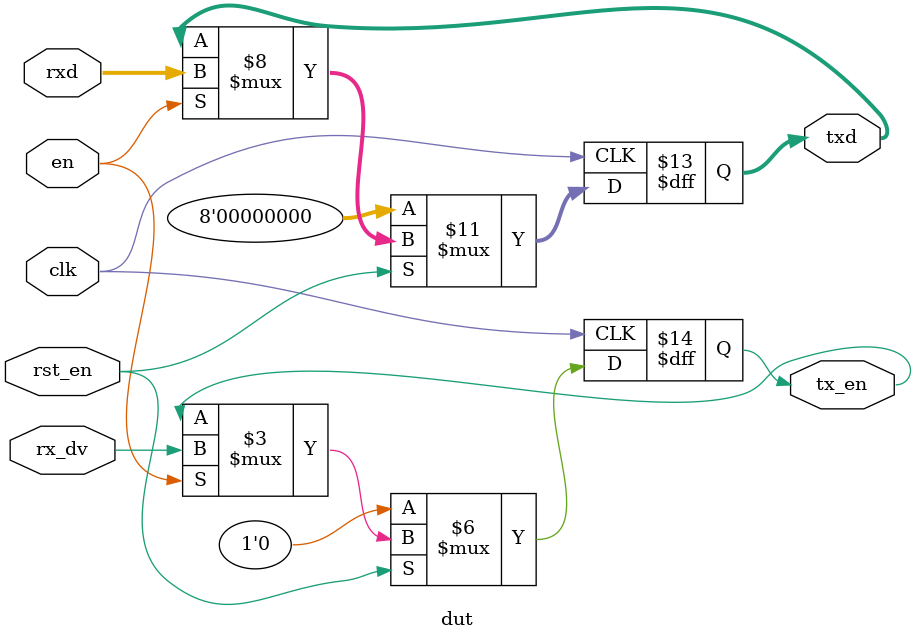
<source format=sv>
`timescale 1ns/10ps

module dut #(
    parameter int DW=8
)(
    input wire clk,rst_en,en,
    input wire [DW-1:0] rxd,
    input wire rx_dv,
    output logic [DW-1:0] txd,
    output logic tx_en
);
    always_ff @( posedge clk ) begin
        if(!rst_en) begin
            txd<='0;
            tx_en<='0;
        end
        else if(en) begin
            txd<=rxd;
            tx_en<=rx_dv;
        end
    end
endmodule
</source>
